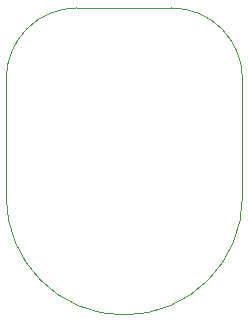
<source format=gbr>
%TF.GenerationSoftware,KiCad,Pcbnew,9.0.3-9.0.3-0~ubuntu22.04.1*%
%TF.CreationDate,2025-07-21T05:59:17-07:00*%
%TF.ProjectId,rotary-switch-shift,726f7461-7279-42d7-9377-697463682d73,rev?*%
%TF.SameCoordinates,Original*%
%TF.FileFunction,Profile,NP*%
%FSLAX46Y46*%
G04 Gerber Fmt 4.6, Leading zero omitted, Abs format (unit mm)*
G04 Created by KiCad (PCBNEW 9.0.3-9.0.3-0~ubuntu22.04.1) date 2025-07-21 05:59:17*
%MOMM*%
%LPD*%
G01*
G04 APERTURE LIST*
%TA.AperFunction,Profile*%
%ADD10C,0.050000*%
%TD*%
G04 APERTURE END LIST*
D10*
X150000000Y-75000000D02*
G75*
G02*
X140000000Y-85000000I-10000000J0D01*
G01*
X140000000Y-85000000D02*
G75*
G02*
X130000000Y-75000000I0J10000000D01*
G01*
X130000000Y-65000000D02*
G75*
G02*
X136000000Y-59000000I6000000J0D01*
G01*
X130000000Y-65000000D02*
X130000000Y-75000000D01*
X144000000Y-59000000D02*
X136000000Y-59000000D01*
X150000000Y-65000000D02*
X150000000Y-75000000D01*
X144000000Y-59000000D02*
G75*
G02*
X150000000Y-65000000I0J-6000000D01*
G01*
M02*

</source>
